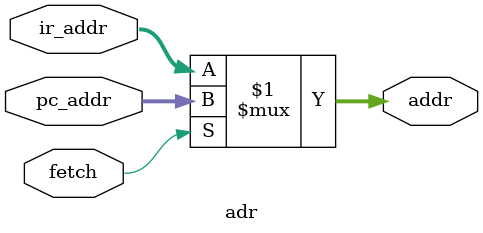
<source format=v>
/*
This module is designe for choosing the output form PC(program counting) address and data(port) address.
In every command, the first four clock use for reading command in ROM ,the address will be PC address, and the later four clock use for read or write data into RAM or port, the address will be IR_addr.
The control signal provided by a 8 devided signal form clock.
*/


module adr(addr,fetch,ir_addr,pc_addr);
output [12:0] addr;
input [12:0] ir_addr,pc_addr;
input fetch;

assign addr = fetch? pc_addr:ir_addr; 

endmodule 
</source>
